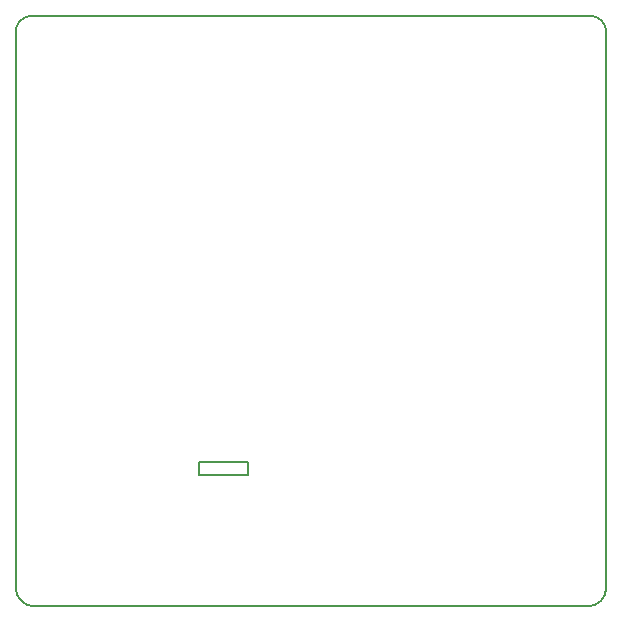
<source format=gbr>
G04 DipTrace 3.0.0.2*
G04 BoardOutline.gbr*
%MOMM*%
G04 #@! TF.FileFunction,Profile*
G04 #@! TF.Part,Single*
%ADD11C,0.14*%
%FSLAX35Y35*%
G04*
G71*
G90*
G75*
G01*
G04 BoardOutline*
%LPD*%
X1000708Y1150000D2*
D11*
G03X1150708Y1000000I162731J12731D01*
G01*
X5850708D1*
G03X6000708Y1150000I-6947J156947D01*
G01*
Y5850000D1*
G03X5850708Y6000000I-135319J14681D01*
G01*
X1150708D1*
G03X1000708Y5850000I-13904J-136096D01*
G01*
Y1150000D1*
X2556295Y2222147D2*
X2969002D1*
Y2111033D1*
X2556295D1*
Y2222147D1*
M02*

</source>
